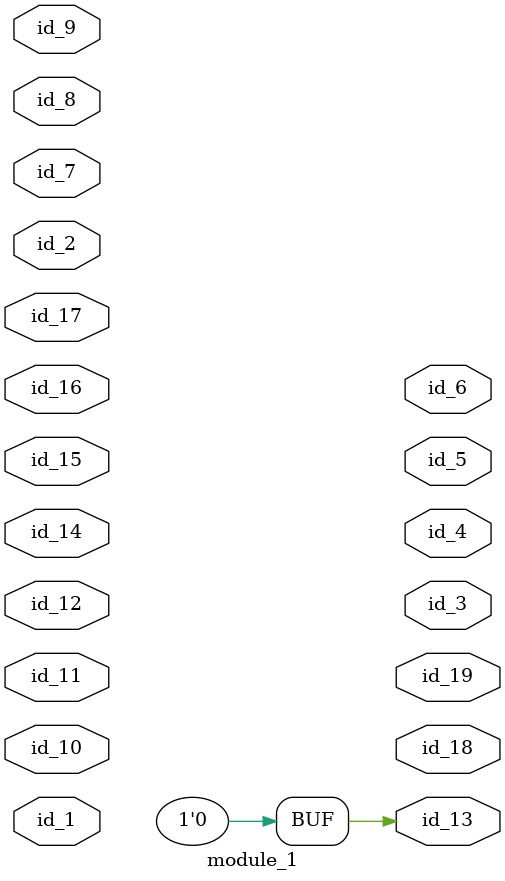
<source format=v>
module module_0;
  wire id_1;
endmodule
module module_1 (
    id_1,
    id_2,
    id_3,
    id_4,
    id_5,
    id_6,
    id_7,
    id_8,
    id_9,
    id_10,
    id_11,
    id_12,
    id_13,
    id_14,
    id_15,
    id_16,
    id_17,
    id_18,
    id_19
);
  output wire id_19;
  output wire id_18;
  inout wire id_17;
  input wire id_16;
  input wire id_15;
  inout wire id_14;
  output wire id_13;
  input wire id_12;
  input wire id_11;
  input wire id_10;
  input wire id_9;
  inout wire id_8;
  inout wire id_7;
  output wire id_6;
  output wire id_5;
  output wire id_4;
  output wire id_3;
  input wire id_2;
  input wire id_1;
  wire id_20;
  always @(id_17) begin : LABEL_0
    id_13 <= 'h0;
  end
  module_0 modCall_1 ();
  wire id_21;
endmodule

</source>
